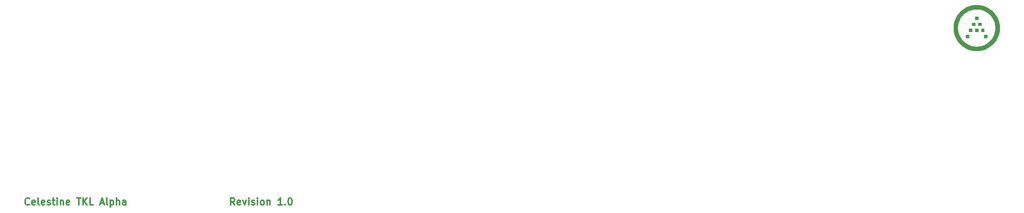
<source format=gts>
G04 #@! TF.GenerationSoftware,KiCad,Pcbnew,(5.0.0)*
G04 #@! TF.CreationDate,2019-01-11T11:22:09-08:00*
G04 #@! TF.ProjectId,Celestine-SandwichCase-Top,43656C657374696E652D53616E647769,rev?*
G04 #@! TF.SameCoordinates,Original*
G04 #@! TF.FileFunction,Soldermask,Top*
G04 #@! TF.FilePolarity,Negative*
%FSLAX46Y46*%
G04 Gerber Fmt 4.6, Leading zero omitted, Abs format (unit mm)*
G04 Created by KiCad (PCBNEW (5.0.0)) date 01/11/19 11:22:09*
%MOMM*%
%LPD*%
G01*
G04 APERTURE LIST*
%ADD10C,0.300000*%
%ADD11C,0.010000*%
G04 APERTURE END LIST*
D10*
X182333035Y-135616071D02*
X181833035Y-134901785D01*
X181475892Y-135616071D02*
X181475892Y-134116071D01*
X182047321Y-134116071D01*
X182190178Y-134187500D01*
X182261607Y-134258928D01*
X182333035Y-134401785D01*
X182333035Y-134616071D01*
X182261607Y-134758928D01*
X182190178Y-134830357D01*
X182047321Y-134901785D01*
X181475892Y-134901785D01*
X183547321Y-135544642D02*
X183404464Y-135616071D01*
X183118750Y-135616071D01*
X182975892Y-135544642D01*
X182904464Y-135401785D01*
X182904464Y-134830357D01*
X182975892Y-134687500D01*
X183118750Y-134616071D01*
X183404464Y-134616071D01*
X183547321Y-134687500D01*
X183618750Y-134830357D01*
X183618750Y-134973214D01*
X182904464Y-135116071D01*
X184118750Y-134616071D02*
X184475892Y-135616071D01*
X184833035Y-134616071D01*
X185404464Y-135616071D02*
X185404464Y-134616071D01*
X185404464Y-134116071D02*
X185333035Y-134187500D01*
X185404464Y-134258928D01*
X185475892Y-134187500D01*
X185404464Y-134116071D01*
X185404464Y-134258928D01*
X186047321Y-135544642D02*
X186190178Y-135616071D01*
X186475892Y-135616071D01*
X186618750Y-135544642D01*
X186690178Y-135401785D01*
X186690178Y-135330357D01*
X186618750Y-135187500D01*
X186475892Y-135116071D01*
X186261607Y-135116071D01*
X186118750Y-135044642D01*
X186047321Y-134901785D01*
X186047321Y-134830357D01*
X186118750Y-134687500D01*
X186261607Y-134616071D01*
X186475892Y-134616071D01*
X186618750Y-134687500D01*
X187333035Y-135616071D02*
X187333035Y-134616071D01*
X187333035Y-134116071D02*
X187261607Y-134187500D01*
X187333035Y-134258928D01*
X187404464Y-134187500D01*
X187333035Y-134116071D01*
X187333035Y-134258928D01*
X188261607Y-135616071D02*
X188118750Y-135544642D01*
X188047321Y-135473214D01*
X187975892Y-135330357D01*
X187975892Y-134901785D01*
X188047321Y-134758928D01*
X188118750Y-134687500D01*
X188261607Y-134616071D01*
X188475892Y-134616071D01*
X188618750Y-134687500D01*
X188690178Y-134758928D01*
X188761607Y-134901785D01*
X188761607Y-135330357D01*
X188690178Y-135473214D01*
X188618750Y-135544642D01*
X188475892Y-135616071D01*
X188261607Y-135616071D01*
X189404464Y-134616071D02*
X189404464Y-135616071D01*
X189404464Y-134758928D02*
X189475892Y-134687500D01*
X189618750Y-134616071D01*
X189833035Y-134616071D01*
X189975892Y-134687500D01*
X190047321Y-134830357D01*
X190047321Y-135616071D01*
X192690178Y-135616071D02*
X191833035Y-135616071D01*
X192261607Y-135616071D02*
X192261607Y-134116071D01*
X192118750Y-134330357D01*
X191975892Y-134473214D01*
X191833035Y-134544642D01*
X193333035Y-135473214D02*
X193404464Y-135544642D01*
X193333035Y-135616071D01*
X193261607Y-135544642D01*
X193333035Y-135473214D01*
X193333035Y-135616071D01*
X194333035Y-134116071D02*
X194475892Y-134116071D01*
X194618750Y-134187500D01*
X194690178Y-134258928D01*
X194761607Y-134401785D01*
X194833035Y-134687500D01*
X194833035Y-135044642D01*
X194761607Y-135330357D01*
X194690178Y-135473214D01*
X194618750Y-135544642D01*
X194475892Y-135616071D01*
X194333035Y-135616071D01*
X194190178Y-135544642D01*
X194118750Y-135473214D01*
X194047321Y-135330357D01*
X193975892Y-135044642D01*
X193975892Y-134687500D01*
X194047321Y-134401785D01*
X194118750Y-134258928D01*
X194190178Y-134187500D01*
X194333035Y-134116071D01*
X137566071Y-135473214D02*
X137494642Y-135544642D01*
X137280357Y-135616071D01*
X137137500Y-135616071D01*
X136923214Y-135544642D01*
X136780357Y-135401785D01*
X136708928Y-135258928D01*
X136637500Y-134973214D01*
X136637500Y-134758928D01*
X136708928Y-134473214D01*
X136780357Y-134330357D01*
X136923214Y-134187500D01*
X137137500Y-134116071D01*
X137280357Y-134116071D01*
X137494642Y-134187500D01*
X137566071Y-134258928D01*
X138780357Y-135544642D02*
X138637500Y-135616071D01*
X138351785Y-135616071D01*
X138208928Y-135544642D01*
X138137500Y-135401785D01*
X138137500Y-134830357D01*
X138208928Y-134687500D01*
X138351785Y-134616071D01*
X138637500Y-134616071D01*
X138780357Y-134687500D01*
X138851785Y-134830357D01*
X138851785Y-134973214D01*
X138137500Y-135116071D01*
X139708928Y-135616071D02*
X139566071Y-135544642D01*
X139494642Y-135401785D01*
X139494642Y-134116071D01*
X140851785Y-135544642D02*
X140708928Y-135616071D01*
X140423214Y-135616071D01*
X140280357Y-135544642D01*
X140208928Y-135401785D01*
X140208928Y-134830357D01*
X140280357Y-134687500D01*
X140423214Y-134616071D01*
X140708928Y-134616071D01*
X140851785Y-134687500D01*
X140923214Y-134830357D01*
X140923214Y-134973214D01*
X140208928Y-135116071D01*
X141494642Y-135544642D02*
X141637500Y-135616071D01*
X141923214Y-135616071D01*
X142066071Y-135544642D01*
X142137500Y-135401785D01*
X142137500Y-135330357D01*
X142066071Y-135187500D01*
X141923214Y-135116071D01*
X141708928Y-135116071D01*
X141566071Y-135044642D01*
X141494642Y-134901785D01*
X141494642Y-134830357D01*
X141566071Y-134687500D01*
X141708928Y-134616071D01*
X141923214Y-134616071D01*
X142066071Y-134687500D01*
X142566071Y-134616071D02*
X143137500Y-134616071D01*
X142780357Y-134116071D02*
X142780357Y-135401785D01*
X142851785Y-135544642D01*
X142994642Y-135616071D01*
X143137500Y-135616071D01*
X143637500Y-135616071D02*
X143637500Y-134616071D01*
X143637500Y-134116071D02*
X143566071Y-134187500D01*
X143637500Y-134258928D01*
X143708928Y-134187500D01*
X143637500Y-134116071D01*
X143637500Y-134258928D01*
X144351785Y-134616071D02*
X144351785Y-135616071D01*
X144351785Y-134758928D02*
X144423214Y-134687500D01*
X144566071Y-134616071D01*
X144780357Y-134616071D01*
X144923214Y-134687500D01*
X144994642Y-134830357D01*
X144994642Y-135616071D01*
X146280357Y-135544642D02*
X146137500Y-135616071D01*
X145851785Y-135616071D01*
X145708928Y-135544642D01*
X145637500Y-135401785D01*
X145637500Y-134830357D01*
X145708928Y-134687500D01*
X145851785Y-134616071D01*
X146137500Y-134616071D01*
X146280357Y-134687500D01*
X146351785Y-134830357D01*
X146351785Y-134973214D01*
X145637500Y-135116071D01*
X147923214Y-134116071D02*
X148780357Y-134116071D01*
X148351785Y-135616071D02*
X148351785Y-134116071D01*
X149280357Y-135616071D02*
X149280357Y-134116071D01*
X150137500Y-135616071D02*
X149494642Y-134758928D01*
X150137500Y-134116071D02*
X149280357Y-134973214D01*
X151494642Y-135616071D02*
X150780357Y-135616071D01*
X150780357Y-134116071D01*
X153066071Y-135187500D02*
X153780357Y-135187500D01*
X152923214Y-135616071D02*
X153423214Y-134116071D01*
X153923214Y-135616071D01*
X154637500Y-135616071D02*
X154494642Y-135544642D01*
X154423214Y-135401785D01*
X154423214Y-134116071D01*
X155208928Y-134616071D02*
X155208928Y-136116071D01*
X155208928Y-134687500D02*
X155351785Y-134616071D01*
X155637500Y-134616071D01*
X155780357Y-134687500D01*
X155851785Y-134758928D01*
X155923214Y-134901785D01*
X155923214Y-135330357D01*
X155851785Y-135473214D01*
X155780357Y-135544642D01*
X155637500Y-135616071D01*
X155351785Y-135616071D01*
X155208928Y-135544642D01*
X156566071Y-135616071D02*
X156566071Y-134116071D01*
X157208928Y-135616071D02*
X157208928Y-134830357D01*
X157137500Y-134687500D01*
X156994642Y-134616071D01*
X156780357Y-134616071D01*
X156637500Y-134687500D01*
X156566071Y-134758928D01*
X158566071Y-135616071D02*
X158566071Y-134830357D01*
X158494642Y-134687500D01*
X158351785Y-134616071D01*
X158066071Y-134616071D01*
X157923214Y-134687500D01*
X158566071Y-135544642D02*
X158423214Y-135616071D01*
X158066071Y-135616071D01*
X157923214Y-135544642D01*
X157851785Y-135401785D01*
X157851785Y-135258928D01*
X157923214Y-135116071D01*
X158066071Y-135044642D01*
X158423214Y-135044642D01*
X158566071Y-134973214D01*
D11*
G04 #@! TO.C,G\002A\002A\002A*
G36*
X344411468Y-95019395D02*
X343729678Y-95019395D01*
X343729678Y-94337606D01*
X344411468Y-94337606D01*
X344411468Y-95019395D01*
X344411468Y-95019395D01*
G37*
X344411468Y-95019395D02*
X343729678Y-95019395D01*
X343729678Y-94337606D01*
X344411468Y-94337606D01*
X344411468Y-95019395D01*
G36*
X345093257Y-96342869D02*
X344411468Y-96342869D01*
X344411468Y-95701185D01*
X345093257Y-95701185D01*
X345093257Y-96342869D01*
X345093257Y-96342869D01*
G37*
X345093257Y-96342869D02*
X344411468Y-96342869D01*
X344411468Y-95701185D01*
X345093257Y-95701185D01*
X345093257Y-96342869D01*
G36*
X343729678Y-96342869D02*
X343087994Y-96342869D01*
X343087994Y-95701185D01*
X343729678Y-95701185D01*
X343729678Y-96342869D01*
X343729678Y-96342869D01*
G37*
X343729678Y-96342869D02*
X343087994Y-96342869D01*
X343087994Y-95701185D01*
X343729678Y-95701185D01*
X343729678Y-96342869D01*
G36*
X345734941Y-97706448D02*
X345093257Y-97706448D01*
X345093257Y-97024658D01*
X345734941Y-97024658D01*
X345734941Y-97706448D01*
X345734941Y-97706448D01*
G37*
X345734941Y-97706448D02*
X345093257Y-97706448D01*
X345093257Y-97024658D01*
X345734941Y-97024658D01*
X345734941Y-97706448D01*
G36*
X344411468Y-97706448D02*
X343729678Y-97706448D01*
X343729678Y-97024658D01*
X344411468Y-97024658D01*
X344411468Y-97706448D01*
X344411468Y-97706448D01*
G37*
X344411468Y-97706448D02*
X343729678Y-97706448D01*
X343729678Y-97024658D01*
X344411468Y-97024658D01*
X344411468Y-97706448D01*
G36*
X343087994Y-97706448D02*
X342406204Y-97706448D01*
X342406204Y-97024658D01*
X343087994Y-97024658D01*
X343087994Y-97706448D01*
X343087994Y-97706448D01*
G37*
X343087994Y-97706448D02*
X342406204Y-97706448D01*
X342406204Y-97024658D01*
X343087994Y-97024658D01*
X343087994Y-97706448D01*
G36*
X346416731Y-99029921D02*
X345734941Y-99029921D01*
X345734941Y-98348132D01*
X346416731Y-98348132D01*
X346416731Y-99029921D01*
X346416731Y-99029921D01*
G37*
X346416731Y-99029921D02*
X345734941Y-99029921D01*
X345734941Y-98348132D01*
X346416731Y-98348132D01*
X346416731Y-99029921D01*
G36*
X342406204Y-99029921D02*
X341724415Y-99029921D01*
X341724415Y-98348132D01*
X342406204Y-98348132D01*
X342406204Y-99029921D01*
X342406204Y-99029921D01*
G37*
X342406204Y-99029921D02*
X341724415Y-99029921D01*
X341724415Y-98348132D01*
X342406204Y-98348132D01*
X342406204Y-99029921D01*
G36*
X344097310Y-91832102D02*
X344306351Y-91834410D01*
X344494497Y-91841411D01*
X344667286Y-91853785D01*
X344830256Y-91872211D01*
X344988946Y-91897370D01*
X345148894Y-91929941D01*
X345315638Y-91970605D01*
X345391896Y-91991047D01*
X345743134Y-92100922D01*
X346083493Y-92234539D01*
X346411683Y-92391231D01*
X346726414Y-92570331D01*
X347026397Y-92771170D01*
X347282641Y-92969907D01*
X347548189Y-93206918D01*
X347796335Y-93461984D01*
X348025928Y-93733306D01*
X348235818Y-94019087D01*
X348424852Y-94317528D01*
X348591880Y-94626832D01*
X348735749Y-94945201D01*
X348855308Y-95270836D01*
X348937420Y-95553801D01*
X348993117Y-95789566D01*
X349035829Y-96011774D01*
X349066806Y-96229495D01*
X349087299Y-96451805D01*
X349098559Y-96687774D01*
X349099660Y-96730553D01*
X349095080Y-97098211D01*
X349064436Y-97459951D01*
X349007738Y-97815725D01*
X348924994Y-98165481D01*
X348816215Y-98509172D01*
X348708093Y-98785268D01*
X348660797Y-98895188D01*
X348620271Y-98986401D01*
X348583439Y-99065059D01*
X348547226Y-99137312D01*
X348508556Y-99209312D01*
X348464352Y-99287210D01*
X348415299Y-99370816D01*
X348214510Y-99684536D01*
X347995386Y-99978810D01*
X347757705Y-100253862D01*
X347501244Y-100509915D01*
X347225779Y-100747193D01*
X346931087Y-100965918D01*
X346623941Y-101162174D01*
X346534965Y-101214333D01*
X346457638Y-101258083D01*
X346385808Y-101296500D01*
X346313325Y-101332660D01*
X346234038Y-101369638D01*
X346141794Y-101410511D01*
X346038393Y-101454968D01*
X345876316Y-101521575D01*
X345726897Y-101577219D01*
X345580178Y-101625198D01*
X345426201Y-101668808D01*
X345287099Y-101703727D01*
X345010018Y-101763608D01*
X344745438Y-101806853D01*
X344485686Y-101834372D01*
X344223087Y-101847076D01*
X344070573Y-101848048D01*
X343984310Y-101847181D01*
X343903264Y-101845993D01*
X343832728Y-101844591D01*
X343777998Y-101843080D01*
X343744368Y-101841568D01*
X343743046Y-101841473D01*
X343378964Y-101801133D01*
X343020637Y-101735472D01*
X342669511Y-101645023D01*
X342327034Y-101530322D01*
X341994653Y-101391903D01*
X341673814Y-101230301D01*
X341365964Y-101046050D01*
X341111723Y-100869156D01*
X340820476Y-100636151D01*
X340549851Y-100386280D01*
X340300226Y-100120093D01*
X340071979Y-99838144D01*
X339865487Y-99540984D01*
X339681128Y-99229167D01*
X339519280Y-98903244D01*
X339380320Y-98563768D01*
X339264626Y-98211290D01*
X339244172Y-98138771D01*
X339199766Y-97967329D01*
X339163749Y-97805098D01*
X339135441Y-97646540D01*
X339114162Y-97486118D01*
X339099232Y-97318292D01*
X339089972Y-97137525D01*
X339085700Y-96938277D01*
X339085227Y-96844185D01*
X339086364Y-96750945D01*
X339982489Y-96750945D01*
X339982663Y-96885914D01*
X339985468Y-97020086D01*
X339990851Y-97146615D01*
X339998762Y-97258654D01*
X340005027Y-97318764D01*
X340058709Y-97651054D01*
X340137280Y-97973775D01*
X340240438Y-98286295D01*
X340367879Y-98587982D01*
X340519302Y-98878207D01*
X340694404Y-99156337D01*
X340892884Y-99421742D01*
X341114437Y-99673790D01*
X341152055Y-99712886D01*
X341378134Y-99926906D01*
X341623527Y-100125534D01*
X341883688Y-100305441D01*
X342154068Y-100463296D01*
X342231186Y-100503191D01*
X342356505Y-100564916D01*
X342466385Y-100615811D01*
X342568275Y-100658872D01*
X342669620Y-100697094D01*
X342777869Y-100733472D01*
X342887468Y-100767147D01*
X343206142Y-100850368D01*
X343518985Y-100908391D01*
X343828440Y-100941440D01*
X344136946Y-100949740D01*
X344446944Y-100933519D01*
X344559015Y-100921763D01*
X344874521Y-100873016D01*
X345176973Y-100802601D01*
X345470595Y-100709254D01*
X345759608Y-100591713D01*
X345922905Y-100513906D01*
X346210285Y-100356569D01*
X346478775Y-100181857D01*
X346729652Y-99988614D01*
X346964191Y-99775690D01*
X347183668Y-99541929D01*
X347389361Y-99286180D01*
X347571707Y-99024043D01*
X347614023Y-98954667D01*
X347663410Y-98866873D01*
X347716800Y-98766757D01*
X347771128Y-98660416D01*
X347823330Y-98553947D01*
X347870340Y-98453444D01*
X347909093Y-98365006D01*
X347931725Y-98308027D01*
X348037607Y-97985431D01*
X348117432Y-97660819D01*
X348171130Y-97335100D01*
X348198635Y-97009189D01*
X348199877Y-96683996D01*
X348174789Y-96360433D01*
X348123303Y-96039414D01*
X348106792Y-95961869D01*
X348050120Y-95732323D01*
X347985602Y-95519804D01*
X347909917Y-95314986D01*
X347819742Y-95108544D01*
X347756316Y-94978061D01*
X347598497Y-94693685D01*
X347418582Y-94423476D01*
X347217864Y-94168646D01*
X346997636Y-93930408D01*
X346759190Y-93709974D01*
X346503820Y-93508557D01*
X346232819Y-93327370D01*
X345947479Y-93167624D01*
X345704647Y-93053887D01*
X345415588Y-92942064D01*
X345124971Y-92854489D01*
X344829414Y-92790475D01*
X344525532Y-92749334D01*
X344209944Y-92730379D01*
X344103994Y-92728881D01*
X343770361Y-92739610D01*
X343447620Y-92774379D01*
X343134466Y-92833582D01*
X342829597Y-92917612D01*
X342531709Y-93026865D01*
X342239499Y-93161734D01*
X341951664Y-93322612D01*
X341782069Y-93430754D01*
X341547234Y-93601748D01*
X341321216Y-93794600D01*
X341106779Y-94006071D01*
X340906685Y-94232921D01*
X340723697Y-94471910D01*
X340560579Y-94719800D01*
X340420094Y-94973351D01*
X340361491Y-95096162D01*
X340258075Y-95340135D01*
X340173475Y-95574642D01*
X340105674Y-95806976D01*
X340052656Y-96044429D01*
X340012404Y-96294294D01*
X339998255Y-96409711D01*
X339990233Y-96505997D01*
X339984995Y-96622024D01*
X339982489Y-96750945D01*
X339086364Y-96750945D01*
X339088166Y-96603350D01*
X339098059Y-96382943D01*
X339115868Y-96177332D01*
X339142558Y-95980886D01*
X339179093Y-95787975D01*
X339226435Y-95592969D01*
X339285549Y-95390236D01*
X339357399Y-95174146D01*
X339383832Y-95099606D01*
X339515848Y-94771658D01*
X339672211Y-94454464D01*
X339852599Y-94148465D01*
X340056693Y-93854104D01*
X340284169Y-93571822D01*
X340534708Y-93302061D01*
X340807987Y-93045264D01*
X340987924Y-92893381D01*
X341132477Y-92783077D01*
X341296754Y-92669686D01*
X341474622Y-92556932D01*
X341659950Y-92448541D01*
X341846606Y-92348237D01*
X342028459Y-92259745D01*
X342038573Y-92255125D01*
X342156401Y-92204813D01*
X342293127Y-92151953D01*
X342441391Y-92099035D01*
X342593832Y-92048552D01*
X342743091Y-92002993D01*
X342881807Y-91964850D01*
X342935510Y-91951556D01*
X343092519Y-91916579D01*
X343242371Y-91888520D01*
X343390589Y-91866810D01*
X343542700Y-91850881D01*
X343704230Y-91840165D01*
X343880705Y-91834094D01*
X344077649Y-91832100D01*
X344097310Y-91832102D01*
X344097310Y-91832102D01*
G37*
X344097310Y-91832102D02*
X344306351Y-91834410D01*
X344494497Y-91841411D01*
X344667286Y-91853785D01*
X344830256Y-91872211D01*
X344988946Y-91897370D01*
X345148894Y-91929941D01*
X345315638Y-91970605D01*
X345391896Y-91991047D01*
X345743134Y-92100922D01*
X346083493Y-92234539D01*
X346411683Y-92391231D01*
X346726414Y-92570331D01*
X347026397Y-92771170D01*
X347282641Y-92969907D01*
X347548189Y-93206918D01*
X347796335Y-93461984D01*
X348025928Y-93733306D01*
X348235818Y-94019087D01*
X348424852Y-94317528D01*
X348591880Y-94626832D01*
X348735749Y-94945201D01*
X348855308Y-95270836D01*
X348937420Y-95553801D01*
X348993117Y-95789566D01*
X349035829Y-96011774D01*
X349066806Y-96229495D01*
X349087299Y-96451805D01*
X349098559Y-96687774D01*
X349099660Y-96730553D01*
X349095080Y-97098211D01*
X349064436Y-97459951D01*
X349007738Y-97815725D01*
X348924994Y-98165481D01*
X348816215Y-98509172D01*
X348708093Y-98785268D01*
X348660797Y-98895188D01*
X348620271Y-98986401D01*
X348583439Y-99065059D01*
X348547226Y-99137312D01*
X348508556Y-99209312D01*
X348464352Y-99287210D01*
X348415299Y-99370816D01*
X348214510Y-99684536D01*
X347995386Y-99978810D01*
X347757705Y-100253862D01*
X347501244Y-100509915D01*
X347225779Y-100747193D01*
X346931087Y-100965918D01*
X346623941Y-101162174D01*
X346534965Y-101214333D01*
X346457638Y-101258083D01*
X346385808Y-101296500D01*
X346313325Y-101332660D01*
X346234038Y-101369638D01*
X346141794Y-101410511D01*
X346038393Y-101454968D01*
X345876316Y-101521575D01*
X345726897Y-101577219D01*
X345580178Y-101625198D01*
X345426201Y-101668808D01*
X345287099Y-101703727D01*
X345010018Y-101763608D01*
X344745438Y-101806853D01*
X344485686Y-101834372D01*
X344223087Y-101847076D01*
X344070573Y-101848048D01*
X343984310Y-101847181D01*
X343903264Y-101845993D01*
X343832728Y-101844591D01*
X343777998Y-101843080D01*
X343744368Y-101841568D01*
X343743046Y-101841473D01*
X343378964Y-101801133D01*
X343020637Y-101735472D01*
X342669511Y-101645023D01*
X342327034Y-101530322D01*
X341994653Y-101391903D01*
X341673814Y-101230301D01*
X341365964Y-101046050D01*
X341111723Y-100869156D01*
X340820476Y-100636151D01*
X340549851Y-100386280D01*
X340300226Y-100120093D01*
X340071979Y-99838144D01*
X339865487Y-99540984D01*
X339681128Y-99229167D01*
X339519280Y-98903244D01*
X339380320Y-98563768D01*
X339264626Y-98211290D01*
X339244172Y-98138771D01*
X339199766Y-97967329D01*
X339163749Y-97805098D01*
X339135441Y-97646540D01*
X339114162Y-97486118D01*
X339099232Y-97318292D01*
X339089972Y-97137525D01*
X339085700Y-96938277D01*
X339085227Y-96844185D01*
X339086364Y-96750945D01*
X339982489Y-96750945D01*
X339982663Y-96885914D01*
X339985468Y-97020086D01*
X339990851Y-97146615D01*
X339998762Y-97258654D01*
X340005027Y-97318764D01*
X340058709Y-97651054D01*
X340137280Y-97973775D01*
X340240438Y-98286295D01*
X340367879Y-98587982D01*
X340519302Y-98878207D01*
X340694404Y-99156337D01*
X340892884Y-99421742D01*
X341114437Y-99673790D01*
X341152055Y-99712886D01*
X341378134Y-99926906D01*
X341623527Y-100125534D01*
X341883688Y-100305441D01*
X342154068Y-100463296D01*
X342231186Y-100503191D01*
X342356505Y-100564916D01*
X342466385Y-100615811D01*
X342568275Y-100658872D01*
X342669620Y-100697094D01*
X342777869Y-100733472D01*
X342887468Y-100767147D01*
X343206142Y-100850368D01*
X343518985Y-100908391D01*
X343828440Y-100941440D01*
X344136946Y-100949740D01*
X344446944Y-100933519D01*
X344559015Y-100921763D01*
X344874521Y-100873016D01*
X345176973Y-100802601D01*
X345470595Y-100709254D01*
X345759608Y-100591713D01*
X345922905Y-100513906D01*
X346210285Y-100356569D01*
X346478775Y-100181857D01*
X346729652Y-99988614D01*
X346964191Y-99775690D01*
X347183668Y-99541929D01*
X347389361Y-99286180D01*
X347571707Y-99024043D01*
X347614023Y-98954667D01*
X347663410Y-98866873D01*
X347716800Y-98766757D01*
X347771128Y-98660416D01*
X347823330Y-98553947D01*
X347870340Y-98453444D01*
X347909093Y-98365006D01*
X347931725Y-98308027D01*
X348037607Y-97985431D01*
X348117432Y-97660819D01*
X348171130Y-97335100D01*
X348198635Y-97009189D01*
X348199877Y-96683996D01*
X348174789Y-96360433D01*
X348123303Y-96039414D01*
X348106792Y-95961869D01*
X348050120Y-95732323D01*
X347985602Y-95519804D01*
X347909917Y-95314986D01*
X347819742Y-95108544D01*
X347756316Y-94978061D01*
X347598497Y-94693685D01*
X347418582Y-94423476D01*
X347217864Y-94168646D01*
X346997636Y-93930408D01*
X346759190Y-93709974D01*
X346503820Y-93508557D01*
X346232819Y-93327370D01*
X345947479Y-93167624D01*
X345704647Y-93053887D01*
X345415588Y-92942064D01*
X345124971Y-92854489D01*
X344829414Y-92790475D01*
X344525532Y-92749334D01*
X344209944Y-92730379D01*
X344103994Y-92728881D01*
X343770361Y-92739610D01*
X343447620Y-92774379D01*
X343134466Y-92833582D01*
X342829597Y-92917612D01*
X342531709Y-93026865D01*
X342239499Y-93161734D01*
X341951664Y-93322612D01*
X341782069Y-93430754D01*
X341547234Y-93601748D01*
X341321216Y-93794600D01*
X341106779Y-94006071D01*
X340906685Y-94232921D01*
X340723697Y-94471910D01*
X340560579Y-94719800D01*
X340420094Y-94973351D01*
X340361491Y-95096162D01*
X340258075Y-95340135D01*
X340173475Y-95574642D01*
X340105674Y-95806976D01*
X340052656Y-96044429D01*
X340012404Y-96294294D01*
X339998255Y-96409711D01*
X339990233Y-96505997D01*
X339984995Y-96622024D01*
X339982489Y-96750945D01*
X339086364Y-96750945D01*
X339088166Y-96603350D01*
X339098059Y-96382943D01*
X339115868Y-96177332D01*
X339142558Y-95980886D01*
X339179093Y-95787975D01*
X339226435Y-95592969D01*
X339285549Y-95390236D01*
X339357399Y-95174146D01*
X339383832Y-95099606D01*
X339515848Y-94771658D01*
X339672211Y-94454464D01*
X339852599Y-94148465D01*
X340056693Y-93854104D01*
X340284169Y-93571822D01*
X340534708Y-93302061D01*
X340807987Y-93045264D01*
X340987924Y-92893381D01*
X341132477Y-92783077D01*
X341296754Y-92669686D01*
X341474622Y-92556932D01*
X341659950Y-92448541D01*
X341846606Y-92348237D01*
X342028459Y-92259745D01*
X342038573Y-92255125D01*
X342156401Y-92204813D01*
X342293127Y-92151953D01*
X342441391Y-92099035D01*
X342593832Y-92048552D01*
X342743091Y-92002993D01*
X342881807Y-91964850D01*
X342935510Y-91951556D01*
X343092519Y-91916579D01*
X343242371Y-91888520D01*
X343390589Y-91866810D01*
X343542700Y-91850881D01*
X343704230Y-91840165D01*
X343880705Y-91834094D01*
X344077649Y-91832100D01*
X344097310Y-91832102D01*
G04 #@! TD*
M02*

</source>
